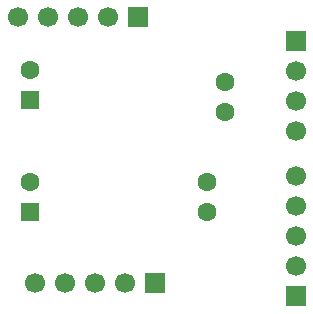
<source format=gbr>
%TF.GenerationSoftware,KiCad,Pcbnew,9.0.7*%
%TF.CreationDate,2026-02-08T21:28:46-06:00*%
%TF.ProjectId,Power,506f7765-722e-46b6-9963-61645f706362,rev?*%
%TF.SameCoordinates,Original*%
%TF.FileFunction,Soldermask,Bot*%
%TF.FilePolarity,Negative*%
%FSLAX46Y46*%
G04 Gerber Fmt 4.6, Leading zero omitted, Abs format (unit mm)*
G04 Created by KiCad (PCBNEW 9.0.7) date 2026-02-08 21:28:46*
%MOMM*%
%LPD*%
G01*
G04 APERTURE LIST*
G04 Aperture macros list*
%AMRoundRect*
0 Rectangle with rounded corners*
0 $1 Rounding radius*
0 $2 $3 $4 $5 $6 $7 $8 $9 X,Y pos of 4 corners*
0 Add a 4 corners polygon primitive as box body*
4,1,4,$2,$3,$4,$5,$6,$7,$8,$9,$2,$3,0*
0 Add four circle primitives for the rounded corners*
1,1,$1+$1,$2,$3*
1,1,$1+$1,$4,$5*
1,1,$1+$1,$6,$7*
1,1,$1+$1,$8,$9*
0 Add four rect primitives between the rounded corners*
20,1,$1+$1,$2,$3,$4,$5,0*
20,1,$1+$1,$4,$5,$6,$7,0*
20,1,$1+$1,$6,$7,$8,$9,0*
20,1,$1+$1,$8,$9,$2,$3,0*%
G04 Aperture macros list end*
%ADD10R,1.700000X1.700000*%
%ADD11C,1.700000*%
%ADD12RoundRect,0.250000X0.550000X-0.550000X0.550000X0.550000X-0.550000X0.550000X-0.550000X-0.550000X0*%
%ADD13C,1.600000*%
G04 APERTURE END LIST*
D10*
%TO.C,USB-C*%
X205000000Y-88500000D03*
D11*
X205000000Y-91040000D03*
X205000000Y-93580000D03*
X205000000Y-96120000D03*
%TD*%
D10*
%TO.C,GND*%
X205000000Y-110160000D03*
D11*
X205000000Y-107620000D03*
X205000000Y-105080000D03*
X205000000Y-102540000D03*
X205000000Y-100000000D03*
%TD*%
D10*
%TO.C,J1*%
X193040000Y-109000000D03*
D11*
X190500000Y-109000000D03*
X187960000Y-109000000D03*
X185420000Y-109000000D03*
X182880000Y-109000000D03*
%TD*%
D12*
%TO.C,C4*%
X182500000Y-103000000D03*
D13*
X182500000Y-100500000D03*
%TD*%
%TO.C,C2*%
X197500000Y-100500000D03*
X197500000Y-103000000D03*
%TD*%
D10*
%TO.C,J2*%
X191580000Y-86500000D03*
D11*
X189040000Y-86500000D03*
X186500000Y-86500000D03*
X183960000Y-86500000D03*
X181420000Y-86500000D03*
%TD*%
D12*
%TO.C,C3*%
X182500000Y-93500000D03*
D13*
X182500000Y-91000000D03*
%TD*%
%TO.C,C1*%
X199000000Y-94500000D03*
X199000000Y-92000000D03*
%TD*%
M02*

</source>
